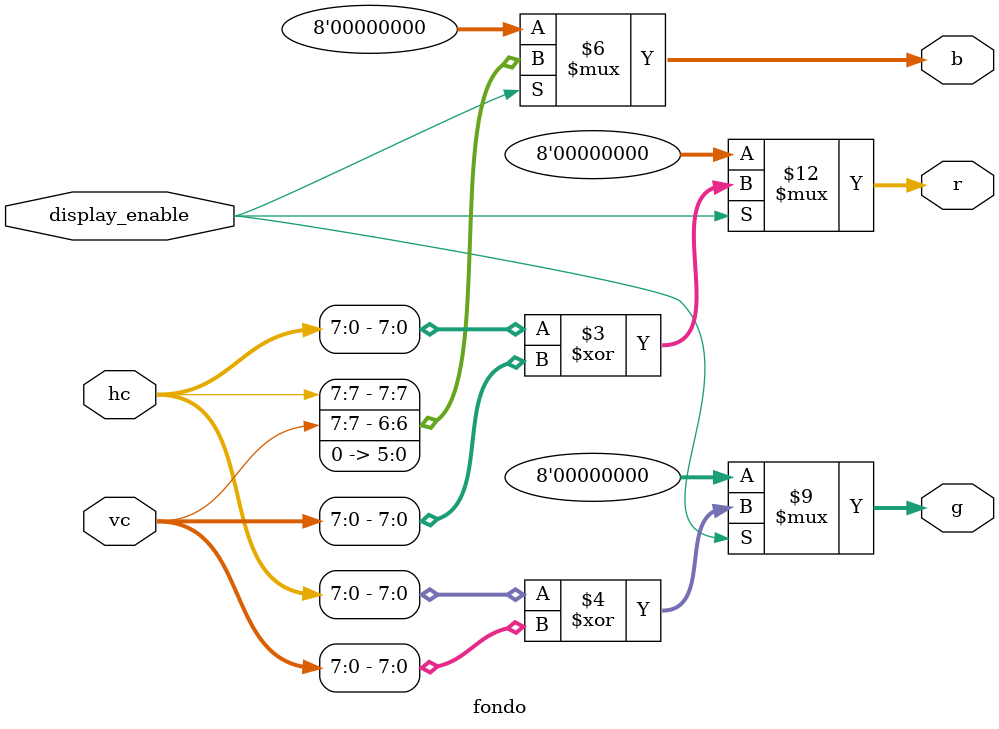
<source format=v>
/*
 * Simple VGA test for Pano Logic
 * Copyright (c) 2018 Miguel Angel Rodriguez Jodar.
 * 
 * This program is free software: you can redistribute it and/or modify  
 * it under the terms of the GNU General Public License as published by  
 * the Free Software Foundation, version 3.
 *
 * This program is distributed in the hope that it will be useful, but 
 * WITHOUT ANY WARRANTY; without even the implied warranty of 
 * MERCHANTABILITY or FITNESS FOR A PARTICULAR PURPOSE. See the GNU
 * General Public License for more details.
 *
 * You should have received a copy of the GNU General Public License 
 * along with this program. If not, see <http://www.gnu.org/licenses/>.
 */

`timescale 1ns / 1ns
`default_nettype none

module fondo (
  input wire [10:0] hc,
  input wire [10:0] vc,
  input wire display_enable,
  output reg [7:0] r,
  output reg [7:0] g,
  output reg [7:0] b
  );

  always @* begin
    if (display_enable == 1'b1) begin
      r = hc[7:0] ^ vc[7:0];
      g = hc[7:0] ^ vc[7:0];
      b = {hc[7], vc[7], 6'b000000};
    end
    else begin
      r = 8'h00;
      g = 8'h00;
      b = 8'h00;
    end
  end
endmodule

`default_nettype wire
</source>
